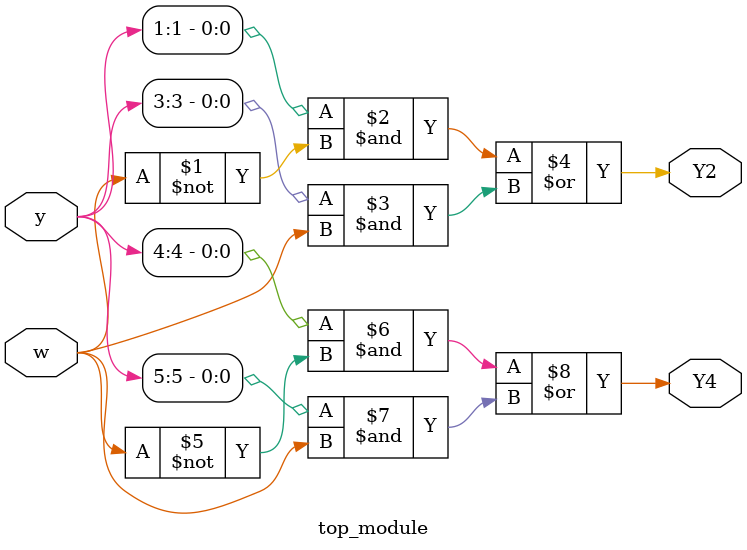
<source format=sv>
module top_module (
    input [6:1] y,
    input w,
    output Y2,
    output Y4
);

// Next-state logic for y[2] (state B and state C)
assign Y2 = (y[1] & ~w) | (y[3] & w);

// Next-state logic for y[4] (state D and state E)
assign Y4 = (y[4] & ~w) | (y[5] & w);

endmodule

</source>
